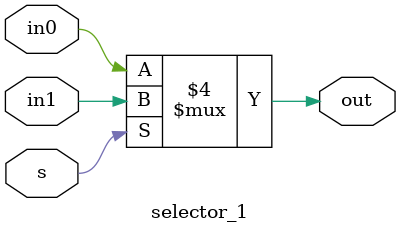
<source format=v>
`timescale 1ps/1ps

module selector_1 (in0, in1, s, out);

	input in0, in1;
	input s;
	output out;
	reg out;

  always @ (in0 or in1 or s) begin
	if(s==0) begin
		out <= #1 in0;
	end
	else begin
		out <= #1 in1;
	end
	
  end

endmodule

</source>
